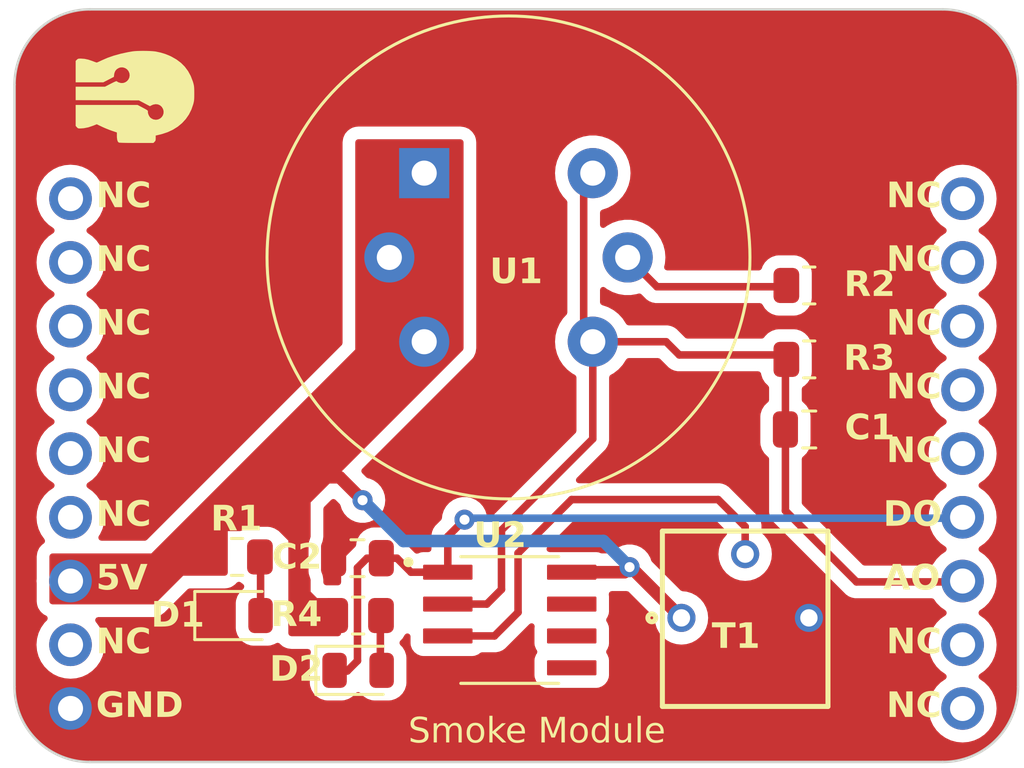
<source format=kicad_pcb>
(kicad_pcb (version 20240108) (generator "pcbnew") (generator_version "8.0")
  (layers (0 "F.Cu" signal) (31 "B.Cu" signal) (34 "B.Paste" user) (35 "F.Paste" user) (36 "B.SilkS" user "B.Silkscreen") (37 "F.SilkS" user "F.Silkscreen") (38 "B.Mask" user) (39 "F.Mask" user) (44 "Edge.Cuts" user))
  (net 0 "")
  (net 1 "AOUT")
  (net 2 "GND")
  (net 3 "DOUT")
  (net 4 "Net-(D1-A)")
  (net 5 "Net-(D2-A)")
  (net 6 "Net-(U1-VH-)")
  (net 7 "+5V")
  (net 8 "Net-(U2-1IN+)")
  (footprint "Resistor_SMD:R_0805_2012Metric" (layer "F.Cu") (at 135.7376 76.7588)
    (property "Reference" "R2" (at 2.408988 0.001455 0) (layer "F.SilkS") (effects (font (thickness 0.15) (bold yes))))
    (property "Value" "5.1k")
    (fp_line (start -0.227064 -0.735) (end 0.227064 -0.735) (stroke (width 0.12)) (layer "F.SilkS"))
    (fp_line (start -0.227064 0.735) (end 0.227064 0.735) (stroke (width 0.12)) (layer "F.SilkS"))
    (pad "1" smd roundrect (at -0.9125 0) (size 1.025 1.4) (layers "F.Cu" "F.Paste" "F.Mask") (roundrect_rratio 0.243902) (net 6 "Net-(U1-VH-)"))
    (pad "2" smd roundrect (at 0.9125 0) (size 1.025 1.4) (layers "F.Cu" "F.Paste" "F.Mask") (roundrect_rratio 0.243902) (net 2 "GND"))
  )
  (footprint "Sensor:MQ-6" (layer "F.Cu") (at 120.3888 72.2812)
    (property "Reference" "U1" (at 3.6648 3.9696 0) (layer "F.SilkS") (effects (font (thickness 0.15) (bold yes))))
    (property "Value" "MQ-2" (hide yes))
    (fp_circle (center 3.36 3.36) (end 12.985 3.36) (stroke (width 0.12)) (fill none) (layer "F.SilkS"))
    (pad "1" thru_hole rect (at 0 0) (size 2 2) (drill 1) (layers "*.Cu" "*.Mask") (net 7 "+5V"))
    (pad "2" thru_hole circle (at -1.39 3.36) (size 2 2) (drill 1) (layers "*.Cu" "*.Mask") (net 7 "+5V"))
    (pad "3" thru_hole circle (at 0 6.72 90) (size 2 2) (drill 1) (layers "*.Cu" "*.Mask") (net 7 "+5V"))
    (pad "4" thru_hole circle (at 6.72 6.72 180) (size 2 2) (drill 1) (layers "*.Cu" "*.Mask") (net 1 "AOUT"))
    (pad "5" thru_hole circle (at 8.11 3.36) (size 2 2) (drill 1) (layers "*.Cu" "*.Mask") (net 6 "Net-(U1-VH-)"))
    (pad "6" thru_hole circle (at 6.72 0 270) (size 2 2) (drill 1) (layers "*.Cu" "*.Mask") (net 1 "AOUT"))
  )
  (footprint "Capacitor_SMD:C_0805_2012Metric" (layer "F.Cu") (at 117.729 87.63 180)
    (property "Reference" "C2" (at 2.413 0 0) (layer "F.SilkS") (effects (font (thickness 0.15) (bold yes))))
    (property "Value" "0.1uF")
    (fp_line (start -0.261252 0.735) (end 0.261252 0.735) (stroke (width 0.12)) (layer "F.SilkS"))
    (fp_line (start -0.261252 -0.735) (end 0.261252 -0.735) (stroke (width 0.12)) (layer "F.SilkS"))
    (pad "1" smd roundrect (at -0.95 0 180) (size 1 1.45) (layers "F.Cu" "F.Paste" "F.Mask") (net 3 "DOUT"))
    (pad "2" smd roundrect (at 0.95 0 180) (size 1 1.45) (layers "F.Cu" "F.Paste" "F.Mask") (net 2 "GND"))
  )
  (footprint "LED_SMD:LED_0805_2012Metric" (layer "F.Cu") (at 117.7544 92.1004)
    (property "Reference" "D2" (at -2.4638 0 0) (layer "F.SilkS") (effects (font (thickness 0.15) (bold yes))))
    (property "Value" "LED")
    (fp_line (start -1.685 -0.96) (end -1.685 0.96) (stroke (width 0.12)) (layer "F.SilkS"))
    (fp_line (start -1.685 0.96) (end 1 0.96) (stroke (width 0.12)) (layer "F.SilkS"))
    (fp_line (start 1 -0.96) (end -1.685 -0.96) (stroke (width 0.12)) (layer "F.SilkS"))
    (pad "1" smd roundrect (at -0.9375 0) (size 0.975 1.4) (layers "F.Cu" "F.Paste" "F.Mask") (net 3 "DOUT"))
    (pad "2" smd roundrect (at 0.9375 0) (size 0.975 1.4) (layers "F.Cu" "F.Paste" "F.Mask") (net 5 "Net-(D2-A)"))
  )
  (footprint "Resistor_SMD:R_0805_2012Metric" (layer "F.Cu") (at 135.7376 79.7052)
    (property "Reference" "R3" (at 2.3876 0 0) (layer "F.SilkS") (effects (font (thickness 0.15) (bold yes))))
    (property "Value" "47k")
    (fp_line (start -0.227064 -0.735) (end 0.227064 -0.735) (stroke (width 0.12)) (layer "F.SilkS"))
    (fp_line (start -0.227064 0.735) (end 0.227064 0.735) (stroke (width 0.12)) (layer "F.SilkS"))
    (pad "1" smd roundrect (at -0.9125 0) (size 1.025 1.4) (layers "F.Cu" "F.Paste" "F.Mask") (roundrect_rratio 0.243902) (net 1 "AOUT"))
    (pad "2" smd roundrect (at 0.9125 0) (size 1.025 1.4) (layers "F.Cu" "F.Paste" "F.Mask") (roundrect_rratio 0.243902) (net 2 "GND"))
  )
  (footprint "LED_SMD:LED_0805_2012Metric" (layer "F.Cu") (at 112.9284 89.916)
    (property "Reference" "D1" (at -2.3622 0.0254 0) (layer "F.SilkS") (effects (font (thickness 0.15) (bold yes))))
    (property "Value" "LED")
    (fp_line (start -1.685 -0.96) (end -1.685 0.96) (stroke (width 0.12)) (layer "F.SilkS"))
    (fp_line (start -1.685 0.96) (end 1 0.96) (stroke (width 0.12)) (layer "F.SilkS"))
    (fp_line (start 1 -0.96) (end -1.685 -0.96) (stroke (width 0.12)) (layer "F.SilkS"))
    (pad "1" smd roundrect (at -0.9375 0) (size 0.975 1.4) (layers "F.Cu" "F.Paste" "F.Mask") (net 2 "GND"))
    (pad "2" smd roundrect (at 0.9375 0) (size 0.975 1.4) (layers "F.Cu" "F.Paste" "F.Mask") (net 4 "Net-(D1-A)"))
  )
  (footprint "Moduler_:pin_header" (layer "F.Cu") (at 123.816 83.968)
    (property "Reference" "U3" (hide yes))
    (property "Value" "~" (hide yes))
    (fp_poly (pts (xy -14.485582 -16.559009) (xy -14.360573 -16.554745) (xy -14.248636 -16.54798) (xy -14.157002 -16.538775) (xy -14.117924 -16.532703) (xy -13.929469 -16.491549) (xy -13.759531 -16.440533) (xy -13.595569 -16.375574) (xy -13.505604 -16.333511) (xy -13.302009 -16.218091) (xy -13.123321 -16.083397) (xy -12.969118 -15.928915) (xy -12.838978 -15.754131) (xy -12.73248 -15.558531) (xy -12.6492 -15.3416) (xy -12.625721 -15.261504) (xy -12.612959 -15.20932) (xy -12.603846 -15.156964) (xy -12.597806 -15.097579) (xy -12.594264 -15.024306) (xy -12.592645 -14.930288) (xy -12.59236 -14.863654) (xy -12.592671 -14.758539) (xy -12.594379 -14.67766) (xy -12.598173 -14.613669) (xy -12.604739 -14.559219) (xy -12.614766 -14.506962) (xy -12.628942 -14.449549) (xy -12.632287 -14.43698) (xy -12.705714 -14.221543) (xy -12.805363 -14.022972) (xy -12.930147 -13.842253) (xy -13.078978 -13.68037) (xy -13.250768 -13.538308) (xy -13.444431 -13.417053) (xy -13.658878 -13.317589) (xy -13.893022 -13.240901) (xy -13.975535 -13.220506) (xy -14.129547 -13.185381) (xy -14.129547 -13.083439) (xy -14.131087 -13.025365) (xy -14.138019 -12.987709) (xy -14.153807 -12.959356) (xy -14.17572 -12.935324) (xy -14.221893 -12.889151) (xy -14.898388 -12.889632) (xy -15.093554 -12.890179) (xy -15.257188 -12.891522) (xy -15.389336 -12.893662) (xy -15.490047 -12.896601) (xy -15.559371 -12.900339) (xy -15.597354 -12.904877) (xy -15.604006 -12.907041) (xy -15.639705 -12.944721) (xy -15.663541 -13.009816) (xy -15.675744 -13.103144) (xy -15.677582 -13.169023) (xy -15.677607 -13.307746) (xy -15.877323 -13.375342) (xy -15.973613 -13.410249) (xy -16.083694 -13.453796) (xy -16.193274 -13.500154) (xy -16.27912 -13.539209) (xy -16.481202 -13.63548) (xy -16.625058 -13.577237) (xy -16.814264 -13.51298) (xy -16.995657 -13.477073) (xy -17.112214 -13.468483) (xy -17.172568 -13.467793) (xy -17.210949 -13.471228) (xy -17.236949 -13.481681) (xy -17.260163 -13.502045) (xy -17.274123 -13.517292) (xy -17.320343 -13.568879) (xy -17.320343 -13.987224) (xy -17.320343 -14.405569) (xy -16.086926 -14.405569) (xy -14.85351 -14.405569) (xy -14.643801 -14.294889) (xy -14.56284 -14.251731) (xy -14.506066 -14.219928) (xy -14.469493 -14.196546) (xy -14.449134 -14.178651) (xy -14.441003 -14.163308) (xy -14.441111 -14.147581) (xy -14.441413 -14.14592) (xy -14.43976 -14.092795) (xy -14.421236 -14.027967) (xy -14.3904 -13.962942) (xy -14.35181 -13.909228) (xy -14.344762 -13.902005) (xy -14.296227 -13.865834) (xy -14.236644 -13.835404) (xy -14.214799 -13.827587) (xy -14.121045 -13.813694) (xy -14.033382 -13.827179) (xy -13.955509 -13.863953) (xy -13.891126 -13.919926) (xy -13.843932 -13.991011) (xy -13.817627 -14.073118) (xy -13.815911 -14.162158) (xy -13.838074 -14.243952) (xy -13.888707 -14.328311) (xy -13.95777 -14.389514) (xy -14.040589 -14.425955) (xy -14.132494 -14.436027) (xy -14.228811 -14.418125) (xy -14.281052 -14.396241) (xy -14.36193 -14.355321) (xy -14.581404 -14.471272) (xy -14.800878 -14.587224) (xy -16.06061 -14.591538) (xy -17.320343 -14.595853) (xy -17.320343 -14.86402) (xy -17.320343 -15.132186) (xy -16.736108 -15.132186) (xy -16.151873 -15.132186) (xy -15.92364 -15.25081) (xy -15.825628 -15.300328) (xy -15.752835 -15.333929) (xy -15.705794 -15.351385) (xy -15.685044 -15.352471) (xy -15.684533 -15.351839) (xy -15.664369 -15.334981) (xy -15.626413 -15.313259) (xy -15.608475 -15.304645) (xy -15.517344 -15.278515) (xy -15.42868 -15.280387) (xy -15.34665 -15.306716) (xy -15.27542 -15.353956) (xy -15.219157 -15.418565) (xy -15.182028 -15.496995) (xy -15.1682 -15.585704) (xy -15.178799 -15.670169) (xy -15.216089 -15.756834) (xy -15.2752 -15.826154) (xy -15.350432 -15.875231) (xy -15.436087 -15.901168) (xy -15.526465 -15.901066) (xy -15.594919 -15.881743) (xy -15.679764 -15.831605) (xy -15.7402 -15.761879) (xy -15.776844 -15.671686) (xy -15.787538 -15.6087) (xy -15.796027 -15.524455) (xy -16.008245 -15.415199) (xy -16.220463 -15.305942) (xy -16.770403 -15.305942) (xy -17.320343 -15.305942) (xy -17.320343 -15.73365) (xy -17.320343 -16.161358) (xy -17.27417 -16.207531) (xy -17.247441 -16.231634) (xy -17.221044 -16.24546) (xy -17.185152 -16.251797) (xy -17.129936 -16.253429) (xy -17.112261 -16.253429) (xy -16.965134 -16.242789) (xy -16.813828 -16.210492) (xy -16.650907 -16.15493) (xy -16.643254 -16.151886) (xy -16.580147 -16.127507) (xy -16.526736 -16.108472) (xy -16.490695 -16.097439) (xy -16.481152 -16.095743) (xy -16.459332 -16.102404) (xy -16.415439 -16.120594) (xy -16.35561 -16.147624) (xy -16.285983 -16.180807) (xy -16.277762 -16.184828) (xy -16.053998 -16.282606) (xy -15.80365 -16.369931) (xy -15.530295 -16.445763) (xy -15.237504 -16.509065) (xy -15.053614 -16.540657) (xy -14.971712 -16.549822) (xy -14.866727 -16.556178) (xy -14.74589 -16.559787) (xy -14.616431 -16.56071)) (fill solid) (layer "F.SilkS"))
    (fp_line (start -19.7562 -15.2144) (end -19.7562 8.7856) (stroke (width 0.1)) (layer "Edge.Cuts"))
    (fp_line (start -16.7562 11.7856) (end 17.2438 11.7856) (stroke (width 0.1)) (layer "Edge.Cuts"))
    (fp_line (start 17.2438 -18.2144) (end -16.7562 -18.2144) (stroke (width 0.1)) (layer "Edge.Cuts"))
    (fp_line (start 20.2438 8.7856) (end 20.2438 -15.2144) (stroke (width 0.1)) (layer "Edge.Cuts"))
    (fp_arc (start -19.7562 -15.2144) (mid -18.87752 -17.33572) (end -16.7562 -18.2144) (stroke (width 0.1)) (layer "Edge.Cuts"))
    (fp_arc (start -16.7562 11.7856) (mid -18.87752 10.90692) (end -19.7562 8.7856) (stroke (width 0.1)) (layer "Edge.Cuts"))
    (fp_arc (start 17.2438 -18.2144) (mid 19.36512 -17.33572) (end 20.2438 -15.2144) (stroke (width 0.1)) (layer "Edge.Cuts"))
    (fp_arc (start 20.2438 8.7856) (mid 19.36512 10.90692) (end 17.2438 11.7856) (stroke (width 0.1)) (layer "Edge.Cuts"))
    (fp_text user "NC" (at -16.51 -2.54 0) (layer "F.SilkS") (effects (font (thickness 0.2) (bold yes)) (justify left bottom)))
    (fp_text user "NC" (at 14.995 7.62 0) (layer "F.SilkS") (effects (font (thickness 0.2) (bold yes)) (justify left bottom)))
    (fp_text user "GND" (at -16.51 10.16 0) (layer "F.SilkS") (effects (font (thickness 0.2) (bold yes)) (justify left bottom)))
    (fp_text user "NC" (at -16.51 0 0) (layer "F.SilkS") (effects (font (thickness 0.2) (bold yes)) (justify left bottom)))
    (fp_text user "NC" (at 14.995 0 0) (layer "F.SilkS") (effects (font (thickness 0.2) (bold yes)) (justify left bottom)))
    (fp_text user "NC" (at 14.995 10.16 0) (layer "F.SilkS") (effects (font (thickness 0.2) (bold yes)) (justify left bottom)))
    (fp_text user "Smoke Module" (at -4.064 11.176 0) (layer "F.SilkS") (effects (font (thickness 0.1)) (justify left bottom)))
    (fp_text user "NC" (at 14.995 -10.16 0) (layer "F.SilkS") (effects (font (thickness 0.2) (bold yes)) (justify left bottom)))
    (fp_text user "NC" (at -16.51 7.62 0) (layer "F.SilkS") (effects (font (thickness 0.2) (bold yes)) (justify left bottom)))
    (fp_text user "NC" (at 14.995 -5.08 0) (layer "F.SilkS") (effects (font (thickness 0.2) (bold yes)) (justify left bottom)))
    (fp_text user "NC" (at 14.995 -7.62 0) (layer "F.SilkS") (effects (font (thickness 0.2) (bold yes)) (justify left bottom)))
    (fp_text user "DO" (at 14.868 2.54 0) (layer "F.SilkS") (effects (font (thickness 0.2) (bold yes)) (justify left bottom)))
    (fp_text user "NC" (at 14.995 -2.54 0) (layer "F.SilkS") (effects (font (thickness 0.2) (bold yes)) (justify left bottom)))
    (fp_text user "5V" (at -16.51 5.08 0) (layer "F.SilkS") (effects (font (thickness 0.2) (bold yes)) (justify left bottom)))
    (fp_text user "AO" (at 14.868 5.08 0) (layer "F.SilkS") (effects (font (thickness 0.2) (bold yes)) (justify left bottom)))
    (fp_text user "NC" (at -16.51 2.54 0) (layer "F.SilkS") (effects (font (thickness 0.2) (bold yes)) (justify left bottom)))
    (fp_text user "NC" (at -16.51 -7.62 0) (layer "F.SilkS") (effects (font (thickness 0.2) (bold yes)) (justify left bottom)))
    (fp_text user "NC" (at -16.51 -5.08 0) (layer "F.SilkS") (effects (font (thickness 0.2) (bold yes)) (justify left bottom)))
    (fp_text user "NC" (at -16.51 -10.16 0) (layer "F.SilkS") (effects (font (thickness 0.2) (bold yes)) (justify left bottom)))
    (pad "1" thru_hole oval (at -17.526 -10.668) (size 1.7 1.7) (drill 1) (layers "*.Cu" "*.Mask"))
    (pad "2" thru_hole oval (at -17.526 -8.128) (size 1.7 1.7) (drill 1) (layers "*.Cu" "*.Mask"))
    (pad "3" thru_hole oval (at -17.526 -5.588) (size 1.7 1.7) (drill 1) (layers "*.Cu" "*.Mask"))
    (pad "4" thru_hole oval (at -17.526 -3.048) (size 1.7 1.7) (drill 1) (layers "*.Cu" "*.Mask"))
    (pad "5" thru_hole oval (at -17.526 -0.508) (size 1.7 1.7) (drill 1) (layers "*.Cu" "*.Mask"))
    (pad "6" thru_hole oval (at -17.526 2.032) (size 1.7 1.7) (drill 1) (layers "*.Cu" "*.Mask"))
    (pad "7" thru_hole oval (at -17.526 4.572) (size 1.7 1.7) (drill 1) (layers "*.Cu" "*.Mask") (net 7 "+5V"))
    (pad "8" thru_hole oval (at -17.526 7.112) (size 1.7 1.7) (drill 1) (layers "*.Cu" "*.Mask"))
    (pad "9" thru_hole oval (at -17.526 9.652) (size 1.7 1.7) (drill 1) (layers "*.Cu" "*.Mask") (net 2 "GND"))
    (pad "10" thru_hole oval (at 18.034 9.652) (size 1.7 1.7) (drill 1) (layers "*.Cu" "*.Mask"))
    (pad "11" thru_hole oval (at 18.034 7.112) (size 1.7 1.7) (drill 1) (layers "*.Cu" "*.Mask"))
    (pad "12" thru_hole oval (at 18.034 4.572) (size 1.7 1.7) (drill 1) (layers "*.Cu" "*.Mask") (net 1 "AOUT"))
    (pad "13" thru_hole oval (at 18.034 2.032) (size 1.7 1.7) (drill 1) (layers "*.Cu" "*.Mask") (net 3 "DOUT"))
    (pad "14" thru_hole oval (at 18.034 -0.508) (size 1.7 1.7) (drill 1) (layers "*.Cu" "*.Mask"))
    (pad "15" thru_hole oval (at 18.034 -3.048) (size 1.7 1.7) (drill 1) (layers "*.Cu" "*.Mask"))
    (pad "16" thru_hole oval (at 18.034 -5.588) (size 1.7 1.7) (drill 1) (layers "*.Cu" "*.Mask"))
    (pad "17" thru_hole oval (at 18.034 -8.128) (size 1.7 1.7) (drill 1) (layers "*.Cu" "*.Mask"))
    (pad "18" thru_hole oval (at 18.034 -10.668) (size 1.7 1.7) (drill 1) (layers "*.Cu" "*.Mask"))
  )
  (footprint "Resistor_SMD:R_0805_2012Metric" (layer "F.Cu") (at 117.7544 89.916)
    (property "Reference" "R4" (at -2.4638 0 0) (layer "F.SilkS") (effects (font (thickness 0.15) (bold yes))))
    (property "Value" "1k")
    (fp_line (start -0.227064 -0.735) (end 0.227064 -0.735) (stroke (width 0.12)) (layer "F.SilkS"))
    (fp_line (start -0.227064 0.735) (end 0.227064 0.735) (stroke (width 0.12)) (layer "F.SilkS"))
    (pad "1" smd roundrect (at -0.9125 0) (size 1.025 1.4) (layers "F.Cu" "F.Paste" "F.Mask") (roundrect_rratio 0.243902) (net 7 "+5V"))
    (pad "2" smd roundrect (at 0.9125 0) (size 1.025 1.4) (layers "F.Cu" "F.Paste" "F.Mask") (roundrect_rratio 0.243902) (net 5 "Net-(D2-A)"))
  )
  (footprint "meminle:3362P_1" (layer "F.Cu") (at 133.1831 93.5392)
    (property "Reference" "T1" (at -0.36821 -2.74963 0) (layer "F.SilkS") (effects (font (thickness 0.2) (bold yes))))
    (property "Value" "10k" (hide yes))
    (fp_line (start -3.3 -6.99) (end -3.3 0) (stroke (width 0.2)) (layer "F.SilkS"))
    (fp_line (start -3.3 0) (end 3.3 0) (stroke (width 0.2)) (layer "F.SilkS"))
    (fp_line (start 3.3 -6.99) (end -3.3 -6.99) (stroke (width 0.2)) (layer "F.SilkS"))
    (fp_line (start 3.3 0) (end 3.3 -6.99) (stroke (width 0.2)) (layer "F.SilkS"))
    (fp_circle (center -3.722 -3.532) (end -3.722 -3.475) (stroke (width 0.2)) (fill none) (layer "F.SilkS"))
    (pad "1" thru_hole circle (at -2.54 -3.53) (size 1.12 1.12) (drill 0.69) (layers "*.Cu" "*.Mask") (net 7 "+5V"))
    (pad "2" thru_hole circle (at 0 -6.07) (size 1.12 1.12) (drill 0.69) (layers "*.Cu" "*.Mask") (net 8 "Net-(U2-1IN+)"))
    (pad "3" thru_hole circle (at 2.54 -3.53) (size 1.12 1.12) (drill 0.69) (layers "*.Cu" "*.Mask") (net 2 "GND"))
  )
  (footprint "Resistor_SMD:R_0805_2012Metric" (layer "F.Cu") (at 112.9284 87.5792)
    (property "Reference" "R1" (at -0.0254 -1.4732 0) (layer "F.SilkS") (effects (font (thickness 0.15) (bold yes))))
    (property "Value" "470r")
    (fp_line (start -0.227064 -0.735) (end 0.227064 -0.735) (stroke (width 0.12)) (layer "F.SilkS"))
    (fp_line (start -0.227064 0.735) (end 0.227064 0.735) (stroke (width 0.12)) (layer "F.SilkS"))
    (pad "1" smd roundrect (at -0.9125 0) (size 1.025 1.4) (layers "F.Cu" "F.Paste" "F.Mask") (roundrect_rratio 0.243902) (net 7 "+5V"))
    (pad "2" smd roundrect (at 0.9125 0) (size 1.025 1.4) (layers "F.Cu" "F.Paste" "F.Mask") (roundrect_rratio 0.243902) (net 4 "Net-(D1-A)"))
  )
  (footprint "Capacitor_SMD:C_0805_2012Metric" (layer "F.Cu") (at 135.7376 82.4992)
    (property "Reference" "C1" (at 2.413 -0.0254 0) (layer "F.SilkS") (effects (font (thickness 0.15) (bold yes))))
    (property "Value" "0.1uF")
    (fp_line (start -0.261252 -0.735) (end 0.261252 -0.735) (stroke (width 0.12)) (layer "F.SilkS"))
    (fp_line (start -0.261252 0.735) (end 0.261252 0.735) (stroke (width 0.12)) (layer "F.SilkS"))
    (pad "1" smd roundrect (at -0.95 0) (size 1 1.45) (layers "F.Cu" "F.Paste" "F.Mask") (net 1 "AOUT"))
    (pad "2" smd roundrect (at 0.95 0) (size 1 1.45) (layers "F.Cu" "F.Paste" "F.Mask") (net 2 "GND"))
  )
  (footprint "LM393:SOIC127P599X175-8N" (layer "F.Cu") (at 123.7996 90.0938)
    (property "Reference" "U2" (at -0.385 -3.3274 0) (layer "F.SilkS") (effects (font (thickness 0.15) (bold yes))))
    (property "Value" "LM393D")
    (fp_line (start -1.95 -2.525) (end 1.95 -2.525) (stroke (width 0.127)) (layer "F.SilkS"))
    (fp_line (start -1.95 2.525) (end 1.95 2.525) (stroke (width 0.127)) (layer "F.SilkS"))
    (fp_circle (center -4.04 -2.305) (end -3.94 -2.305) (stroke (width 0.2)) (fill none) (layer "F.SilkS"))
    (pad "1" smd roundrect (at -2.47 -1.905) (size 1.97 0.6) (layers "F.Cu" "F.Paste" "F.Mask") (roundrect_rratio 0.07) (net 3 "DOUT"))
    (pad "2" smd roundrect (at -2.47 -0.635) (size 1.97 0.6) (layers "F.Cu" "F.Paste" "F.Mask") (roundrect_rratio 0.07) (net 1 "AOUT"))
    (pad "3" smd roundrect (at -2.47 0.635) (size 1.97 0.6) (layers "F.Cu" "F.Paste" "F.Mask") (roundrect_rratio 0.07) (net 8 "Net-(U2-1IN+)"))
    (pad "4" smd roundrect (at -2.47 1.905) (size 1.97 0.6) (layers "F.Cu" "F.Paste" "F.Mask") (roundrect_rratio 0.07) (net 2 "GND"))
    (pad "5" smd roundrect (at 2.47 1.905) (size 1.97 0.6) (layers "F.Cu" "F.Paste" "F.Mask") (roundrect_rratio 0.07))
    (pad "6" smd roundrect (at 2.47 0.635) (size 1.97 0.6) (layers "F.Cu" "F.Paste" "F.Mask") (roundrect_rratio 0.07))
    (pad "7" smd roundrect (at 2.47 -0.635) (size 1.97 0.6) (layers "F.Cu" "F.Paste" "F.Mask") (roundrect_rratio 0.07))
    (pad "8" smd roundrect (at 2.47 -1.905) (size 1.97 0.6) (layers "F.Cu" "F.Paste" "F.Mask") (roundrect_rratio 0.07) (net 7 "+5V"))
  )
  (segment (start 130.556 79.5274) (end 134.9013 79.5274) (width 0.3) (layer "F.Cu") (net 1))
  (segment (start 123.4694 88.8746) (end 123.4694 86.5124) (width 0.3) (layer "F.Cu") (net 1))
  (segment (start 134.9013 79.5274) (end 134.7876 79.6411) (width 0.3) (layer "F.Cu") (net 1))
  (segment (start 126.746 73.0504) (end 126.746 78.6384) (width 0.3) (layer "F.Cu") (net 1))
  (segment (start 137.62272 88.57532) (end 141.819977 88.57532) (width 0.3) (layer "F.Cu") (net 1))
  (segment (start 126.746 78.6384) (end 127.1088 79.0012) (width 0.3) (layer "F.Cu") (net 1))
  (segment (start 121.3296 89.4588) (end 122.8852 89.4588) (width 0.3) (layer "F.Cu") (net 1))
  (segment (start 127.1088 82.873) (end 127.1088 79.0012) (width 0.3) (layer "F.Cu") (net 1))
  (segment (start 122.8852 89.4588) (end 123.4694 88.8746) (width 0.3) (layer "F.Cu") (net 1))
  (segment (start 130.0298 79.0012) (end 130.556 79.5274) (width 0.3) (layer "F.Cu") (net 1))
  (segment (start 123.4694 86.5124) (end 127.1088 82.873) (width 0.3) (layer "F.Cu") (net 1))
  (segment (start 127.1088 72.6876) (end 126.746 73.0504) (width 0.3) (layer "F.Cu") (net 1))
  (segment (start 134.7876 82.4992) (end 134.7876 85.7402) (width 0.3) (layer "F.Cu") (net 1))
  (segment (start 127.1088 79.0012) (end 130.0298 79.0012) (width 0.3) (layer "F.Cu") (net 1))
  (segment (start 127.1088 72.2812) (end 127.1088 72.6876) (width 0.3) (layer "F.Cu") (net 1))
  (segment (start 134.7876 85.7402) (end 137.62272 88.57532) (width 0.3) (layer "F.Cu") (net 1))
  (segment (start 134.7876 79.6411) (end 134.7876 82.4992) (width 0.3) (layer "F.Cu") (net 1))
  (segment (start 118.679 87.63) (end 118.11 87.63) (width 0.3) (layer "F.Cu") (net 3))
  (segment (start 121.3296 86.7613) (end 121.9962 86.0947) (width 0.3) (layer "F.Cu") (net 3))
  (segment (start 117.729 91.7194) (end 117.3226 92.1258) (width 0.3) (layer "F.Cu") (net 3))
  (segment (start 121.3296 88.1888) (end 121.3296 86.7613) (width 0.3) (layer "F.Cu") (net 3))
  (segment (start 118.11 87.63) (end 117.729 88.011) (width 0.3) (layer "F.Cu") (net 3))
  (segment (start 119.8626 88.1888) (end 121.3296 88.1888) (width 0.3) (layer "F.Cu") (net 3))
  (segment (start 117.3226 92.1258) (end 116.7915 92.1258) (width 0.3) (layer "F.Cu") (net 3))
  (segment (start 119.3038 87.63) (end 119.8626 88.1888) (width 0.3) (layer "F.Cu") (net 3))
  (segment (start 117.729 88.011) (end 117.729 91.7194) (width 0.3) (layer "F.Cu") (net 3))
  (segment (start 118.679 87.63) (end 119.3038 87.63) (width 0.3) (layer "F.Cu") (net 3))
  (via (at 121.9962 86.0947) (size 0.8) (drill 0.4) (layers "F.Cu" "B.Cu") (net 3))
  (segment (start 121.9962 86.0947) (end 122.05558 86.03532) (width 0.3) (layer "B.Cu") (net 3))
  (segment (start 122.05558 86.03532) (end 141.819977 86.03532) (width 0.3) (layer "B.Cu") (net 3))
  (segment (start 113.8663 89.8402) (end 113.8913 89.8652) (width 0.3) (layer "F.Cu") (net 4))
  (segment (start 113.8663 87.63) (end 113.8663 89.8402) (width 0.3) (layer "F.Cu") (net 4))
  (segment (start 118.6415 92.1008) (end 118.6665 92.1258) (width 0.3) (layer "F.Cu") (net 5))
  (segment (start 118.6415 89.8652) (end 118.6415 92.1008) (width 0.3) (layer "F.Cu") (net 5))
  (segment (start 129.6672 76.8096) (end 134.8759 76.8096) (width 0.3) (layer "F.Cu") (net 6))
  (segment (start 128.4988 75.6412) (end 129.6672 76.8096) (width 0.3) (layer "F.Cu") (net 6))
  (segment (start 128.6195 87.9856) (end 130.6431 90.0092) (width 0.5) (layer "F.Cu") (net 7))
  (segment (start 117.0178 84.4042) (end 117.9322 85.3186) (width 0.5) (layer "F.Cu") (net 7))
  (segment (start 128.3716 88.1888) (end 128.5748 87.9856) (width 0.5) (layer "F.Cu") (net 7))
  (segment (start 115.3414 84.4042) (end 117.0178 84.4042) (width 0.5) (layer "F.Cu") (net 7))
  (segment (start 126.2696 88.1888) (end 128.3716 88.1888) (width 0.5) (layer "F.Cu") (net 7))
  (segment (start 128.5748 87.9856) (end 128.6195 87.9856) (width 0.5) (layer "F.Cu") (net 7))
  (via (at 117.9322 85.3186) (size 0.8) (drill 0.4) (layers "F.Cu" "B.Cu") (net 7))
  (via (at 128.5748 87.9856) (size 0.8) (drill 0.4) (layers "F.Cu" "B.Cu") (net 7))
  (segment (start 119.5578 86.9442) (end 127.5334 86.9442) (width 0.5) (layer "B.Cu") (net 7))
  (segment (start 117.9322 85.3186) (end 119.5578 86.9442) (width 0.5) (layer "B.Cu") (net 7))
  (segment (start 127.5334 86.9442) (end 128.5748 87.9856) (width 0.5) (layer "B.Cu") (net 7))
  (segment (start 133.1831 86.3709) (end 133.1831 87.4692) (width 0.3) (layer "F.Cu") (net 8))
  (segment (start 124.1298 87.4268) (end 126.2634 85.2932) (width 0.3) (layer "F.Cu") (net 8))
  (segment (start 123.19 90.7288) (end 124.1298 89.789) (width 0.3) (layer "F.Cu") (net 8))
  (segment (start 124.1298 89.789) (end 124.1298 87.4268) (width 0.3) (layer "F.Cu") (net 8))
  (segment (start 126.2634 85.2932) (end 132.1054 85.2932) (width 0.3) (layer "F.Cu") (net 8))
  (segment (start 121.3296 90.7288) (end 123.19 90.7288) (width 0.3) (layer "F.Cu") (net 8))
  (segment (start 132.1054 85.2932) (end 133.1831 86.3709) (width 0.3) (layer "F.Cu") (net 8))
  (zone (net 7) (net_name "+5V") (layer "F.Cu") (priority 1) (connect_pads yes (clearance 0.5)) (min_thickness 0.25) (fill yes (thermal_gap 0.8) (thermal_bridge_width 0.8))
    (polygon (pts (xy 105.4481 89.4715) (xy 109.6391 89.4715) (xy 110.7821 88.3285) (xy 112.5601 88.3285) (xy 112.5601 86.5505) (xy 114.5921 86.5505) (xy 114.9731 86.9315) (xy 114.9731 90.7415) (xy 116.1161 90.7415) (xy 117.3861 90.7415) (xy 117.3861 89.2175) (xy 116.1161 89.2175) (xy 115.8621 88.9635) (xy 115.8621 85.4075) (xy 121.9581 79.3115) (xy 121.9581 70.9295) (xy 117.6401 70.9295) (xy 117.6401 79.3115) (xy 109.5121 87.4395) (xy 105.4481 87.4395)))
  )
  (zone (net 2) (net_name "GND") (layer "F.Cu") (connect_pads yes (clearance 0.5)) (min_thickness 0.25) (fill yes (thermal_gap 0.8) (thermal_bridge_width 0.8))
    (polygon (pts (xy 144.2974 65.5574) (xy 144.2974 95.9358) (xy 144.2466 95.9866) (xy 103.8352 95.9866) (xy 103.4796 95.631) (xy 103.4796 65.3796) (xy 103.6574 65.5574)))
  )
)
</source>
